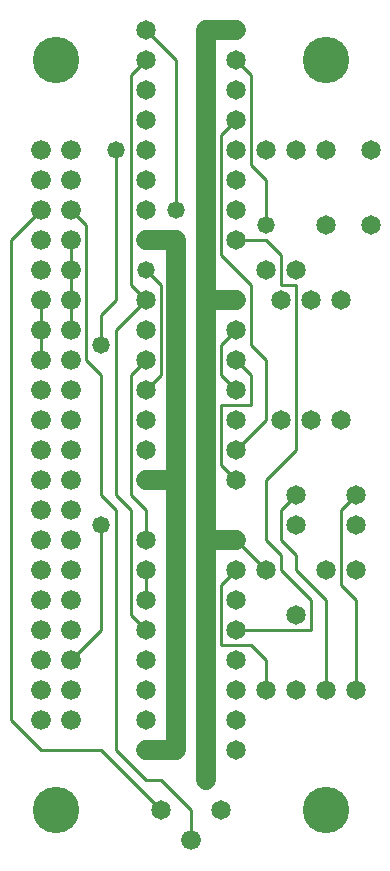
<source format=gtl>
%MOIN*%
%FSLAX25Y25*%
G04 D10 used for Character Trace; *
G04     Circle (OD=.01000) (No hole)*
G04 D11 used for Power Trace; *
G04     Circle (OD=.06700) (No hole)*
G04 D12 used for Signal Trace; *
G04     Circle (OD=.01100) (No hole)*
G04 D13 used for Via; *
G04     Circle (OD=.05800) (Round. Hole ID=.02800)*
G04 D14 used for Component hole; *
G04     Circle (OD=.06500) (Round. Hole ID=.03500)*
G04 D15 used for Component hole; *
G04     Circle (OD=.06600) (Round. Hole ID=.04200)*
G04 D16 used for Component hole; *
G04     Circle (OD=.08200) (Round. Hole ID=.05200)*
G04 D17 used for Component hole; *
G04     Circle (OD=.08950) (Round. Hole ID=.05950)*
G04 D18 used for Component hole; *
G04     Circle (OD=.11600) (Round. Hole ID=.08600)*
G04 D19 used for Component hole; *
G04     Circle (OD=.15500) (Round. Hole ID=.12500)*
G04 D20 used for Component hole; *
G04     Circle (OD=.18200) (Round. Hole ID=.15200)*
G04 D21 used for Component hole; *
G04     Circle (OD=.24300) (Round. Hole ID=.21300)*
%ADD10C,.01000*%
%ADD11C,.06700*%
%ADD12C,.01100*%
%ADD13C,.05800*%
%ADD14C,.06500*%
%ADD15C,.06600*%
%ADD16C,.08200*%
%ADD17C,.08950*%
%ADD18C,.11600*%
%ADD19C,.15500*%
%ADD20C,.18200*%
%ADD21C,.24300*%
%IPPOS*%
%LPD*%
G90*X0Y0D02*D19*X25000Y25000D03*D12*              
X55000Y35000D02*X45000Y45000D01*X55000Y35000D02*  
X60000D01*X70000Y25000D01*Y15000D01*D15*D03*D14*  
X80000Y25000D03*X60000D03*D12*X40000Y45000D01*    
X20000D01*X10000Y55000D01*Y215000D01*             
X20000Y225000D01*D15*D03*X30000Y215000D03*D12*    
Y205000D01*D15*D03*D12*Y195000D01*D15*D03*D12*    
Y185000D01*D15*D03*X20000Y195000D03*D12*          
Y185000D01*D15*D03*D12*Y175000D01*D15*D03*        
X30000Y165000D03*Y175000D03*X20000Y165000D03*D12* 
X40000Y170000D02*X35000Y175000D01*                
X40000Y130000D02*Y170000D01*X45000Y125000D02*     
X40000Y130000D01*X45000Y45000D02*Y125000D01*D14*  
X55000Y55000D03*Y45000D03*D11*X65000D01*          
Y125000D01*D14*D03*D11*Y135000D01*X55000D01*D14*  
D03*D12*Y125000D02*X50000Y130000D01*              
X55000Y115000D02*Y125000D01*D14*Y115000D03*       
Y105000D03*D12*Y95000D01*D14*D03*D12*Y85000D02*   
X50000Y90000D01*D14*X55000Y85000D03*D12*          
X50000Y90000D02*Y125000D01*X45000Y130000D01*      
Y185000D01*X55000Y195000D01*D14*D03*D12*          
X50000Y200000D01*Y270000D01*X55000Y275000D01*D14* 
D03*D12*X65000Y225000D02*Y275000D01*D13*          
Y225000D03*X75000Y235000D03*D11*Y205000D01*D14*   
D03*D11*Y195000D01*Y125000D01*D14*D03*D11*        
Y115000D01*Y35000D01*D13*D03*D14*X85000Y45000D03* 
Y55000D03*X105000Y65000D03*X95000D03*D12*         
Y75000D01*X90000Y80000D01*X80000D01*Y100000D01*   
X85000Y105000D01*D14*D03*D12*X100000Y110000D02*   
X95000Y115000D01*X100000Y105000D02*Y110000D01*    
X110000Y95000D02*X100000Y105000D01*               
X110000Y85000D02*Y95000D01*X85000Y85000D02*       
X110000D01*D14*X85000D03*Y95000D03*Y75000D03*D12* 
X115000Y95000D02*X105000Y105000D01*               
X115000Y65000D02*Y95000D01*D14*Y65000D03*         
X125000D03*D12*Y95000D01*X120000Y100000D01*       
Y125000D01*X125000Y130000D01*D14*D03*Y120000D03*  
D12*X105000Y105000D02*Y110000D01*                 
X100000Y115000D01*Y125000D01*X105000Y130000D01*   
D14*D03*D12*X95000Y115000D02*Y135000D01*D14*      
X85000Y115000D03*D12*X95000Y105000D01*D14*D03*D11*
X75000Y115000D02*X85000D01*D12*X95000Y135000D02*  
X105000Y145000D01*Y200000D01*X100000D01*          
Y210000D01*X95000Y215000D01*X85000D01*D14*D03*D12*
X90000Y200000D02*X80000Y210000D01*                
X90000Y180000D02*Y200000D01*X95000Y175000D02*     
X90000Y180000D01*X95000Y155000D02*Y175000D01*     
X85000Y145000D02*X95000Y155000D01*D14*            
X85000Y145000D03*D12*Y135000D02*X80000Y140000D01* 
D14*X85000Y135000D03*D12*X80000Y140000D02*        
Y160000D01*X90000D01*Y170000D01*X85000Y175000D01* 
D14*D03*D12*X80000Y170000D02*Y180000D01*          
X85000Y165000D02*X80000Y170000D01*D14*            
X85000Y165000D03*Y155000D03*X100000D03*D12*       
X80000Y180000D02*X85000Y185000D01*D14*D03*D11*    
X75000Y195000D02*X85000D01*D14*D03*               
X95000Y205000D03*X100000Y195000D03*D12*           
X80000Y210000D02*Y250000D01*X85000Y255000D01*D14* 
D03*X95000Y245000D03*X85000Y265000D03*Y245000D03* 
D13*X75000Y250000D03*D11*Y235000D01*D14*          
X85000Y225000D03*Y235000D03*D11*X75000Y250000D02* 
Y285000D01*X85000D01*D14*D03*Y275000D03*D12*      
X90000Y270000D01*Y240000D01*X95000Y235000D01*     
Y220000D01*D13*D03*D14*X105000Y205000D03*         
X115000Y220000D03*X120000Y195000D03*              
X115000Y245000D03*X105000D03*X110000Y195000D03*   
D11*X65000Y205000D02*Y215000D01*D14*Y205000D03*   
D11*Y135000D01*D14*X55000Y145000D03*D12*          
X50000Y130000D02*Y170000D01*X55000Y175000D01*D14* 
D03*D12*Y165000D02*X60000Y170000D01*D14*          
X55000Y165000D03*D12*X60000Y170000D02*Y200000D01* 
X55000Y205000D01*D13*D03*D11*Y215000D02*X65000D01*
D14*X55000D03*Y225000D03*D12*X40000Y190000D02*    
X45000Y195000D01*X40000Y180000D02*Y190000D01*D13* 
Y180000D03*D12*X35000Y175000D02*Y220000D01*       
X30000Y225000D01*D15*D03*X20000Y235000D03*        
Y215000D03*X30000Y235000D03*D13*X45000Y245000D03* 
D12*Y195000D01*D14*X55000Y185000D03*D15*          
X20000Y205000D03*Y155000D03*X30000D03*D14*        
X55000Y235000D03*Y155000D03*D15*X20000Y145000D03* 
X30000D03*D14*X55000Y245000D03*D15*X30000D03*     
X20000D03*Y135000D03*X30000D03*D14*               
X55000Y255000D03*X110000Y155000D03*D15*           
X20000Y125000D03*X30000D03*D14*X55000Y265000D03*  
X120000Y155000D03*D13*X40000Y120000D03*D12*       
Y85000D01*X30000Y75000D01*D15*D03*X20000Y85000D03*
Y65000D03*X30000Y85000D03*X20000Y75000D03*        
X30000Y65000D03*X20000Y55000D03*X30000Y95000D03*  
Y55000D03*X20000Y95000D03*D14*X55000Y65000D03*    
Y75000D03*D15*X30000Y105000D03*X20000D03*         
X30000Y115000D03*X20000D03*D14*X85000Y65000D03*   
X105000Y90000D03*Y120000D03*D19*X115000Y25000D03* 
D14*Y105000D03*X125000D03*X130000Y220000D03*      
Y245000D03*D19*X115000Y275000D03*D12*X65000D02*   
X55000Y285000D01*D14*D03*D19*X25000Y275000D03*M02*

</source>
